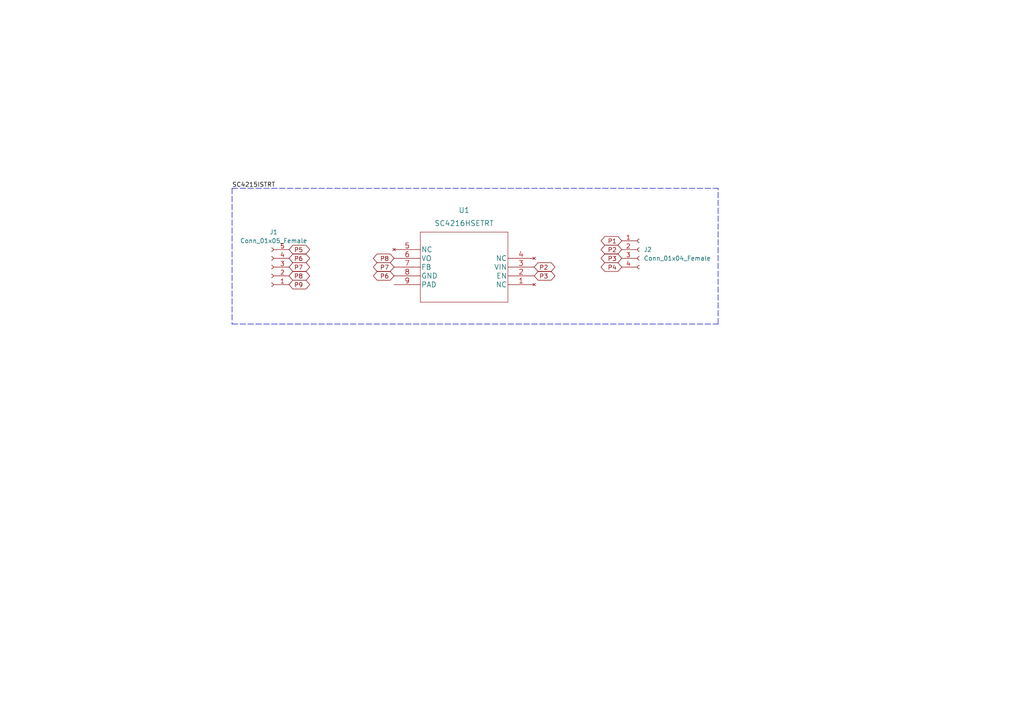
<source format=kicad_sch>
(kicad_sch (version 20211123) (generator eeschema)
  (paper "A4")
  (lib_symbols
    (symbol "Connector:Conn_01x04_Female" (pin_names (offset 1.016) hide)
      (property "Reference" "J" (at 0 5.08 0))
      (property "Value" "Conn_01x04_Female" (at 0 -7.62 0))
      (symbol "Conn_01x04_Female_1_1"
        (arc (start 0 -4.572) (mid -0.508 -5.08) (end 0 -5.588) (stroke (width 0.1524)))
        (arc (start 0 -2.032) (mid -0.508 -2.54) (end 0 -3.048) (stroke (width 0.1524)))
        (polyline (pts (xy -1.27 -5.08) (xy -0.508 -5.08)) (stroke (width 0.1524)))
        (polyline (pts (xy -1.27 -2.54) (xy -0.508 -2.54)) (stroke (width 0.1524)))
        (polyline (pts (xy -1.27 0) (xy -0.508 0)) (stroke (width 0.1524)))
        (polyline (pts (xy -1.27 2.54) (xy -0.508 2.54)) (stroke (width 0.1524)))
        (arc (start 0 0.508) (mid -0.508 0) (end 0 -0.508) (stroke (width 0.1524)))
        (arc (start 0 3.048) (mid -0.508 2.54) (end 0 2.032) (stroke (width 0.1524)))
        (pin passive line (at -5.08 2.54 0) (length 3.81) (name "Pin_1") (number "1"))
        (pin passive line (at -5.08 0 0) (length 3.81) (name "Pin_2") (number "2"))
        (pin passive line (at -5.08 -2.54 0) (length 3.81) (name "Pin_3") (number "3"))
        (pin passive line (at -5.08 -5.08 0) (length 3.81) (name "Pin_4") (number "4"))
      )
    )
    (symbol "Connector:Conn_01x05_Female" (pin_names (offset 1.016) hide)
      (property "Reference" "J" (at 0 7.62 0))
      (property "Value" "Conn_01x05_Female" (at 0 -7.62 0))
      (symbol "Conn_01x05_Female_1_1"
        (arc (start 0 -4.572) (mid -0.508 -5.08) (end 0 -5.588) (stroke (width 0.1524)))
        (arc (start 0 -2.032) (mid -0.508 -2.54) (end 0 -3.048) (stroke (width 0.1524)))
        (polyline (pts (xy -1.27 -5.08) (xy -0.508 -5.08)) (stroke (width 0.1524)))
        (polyline (pts (xy -1.27 -2.54) (xy -0.508 -2.54)) (stroke (width 0.1524)))
        (polyline (pts (xy -1.27 0) (xy -0.508 0)) (stroke (width 0.1524)))
        (polyline (pts (xy -1.27 2.54) (xy -0.508 2.54)) (stroke (width 0.1524)))
        (polyline (pts (xy -1.27 5.08) (xy -0.508 5.08)) (stroke (width 0.1524)))
        (arc (start 0 0.508) (mid -0.508 0) (end 0 -0.508) (stroke (width 0.1524)))
        (arc (start 0 3.048) (mid -0.508 2.54) (end 0 2.032) (stroke (width 0.1524)))
        (arc (start 0 5.588) (mid -0.508 5.08) (end 0 4.572) (stroke (width 0.1524)))
        (pin passive line (at -5.08 5.08 0) (length 3.81) (name "Pin_1") (number "1"))
        (pin passive line (at -5.08 2.54 0) (length 3.81) (name "Pin_2") (number "2"))
        (pin passive line (at -5.08 0 0) (length 3.81) (name "Pin_3") (number "3"))
        (pin passive line (at -5.08 -2.54 0) (length 3.81) (name "Pin_4") (number "4"))
        (pin passive line (at -5.08 -5.08 0) (length 3.81) (name "Pin_5") (number "5"))
      )
    )
    (symbol "SC4216HSETRT:SC4216HSETRT" (pin_names (offset 0.254))
      (property "Reference" "U" (at 20.32 10.16 0))
      (property "Value" "SC4216HSETRT" (at 20.32 7.62 0))
      (symbol "SC4216HSETRT_1_1"
        (polyline (pts (xy 7.62 -15.24) (xy 33.02 -15.24)) (stroke (width 0.127)))
        (polyline (pts (xy 7.62 5.08) (xy 7.62 -15.24)) (stroke (width 0.127)))
        (polyline (pts (xy 33.02 -15.24) (xy 33.02 5.08)) (stroke (width 0.127)))
        (polyline (pts (xy 33.02 5.08) (xy 7.62 5.08)) (stroke (width 0.127)))
        (pin no_connect line (at 0 0 0) (length 7.62) (name "NC") (number "1"))
        (pin input line (at 0 -2.54 0) (length 7.62) (name "EN") (number "2"))
        (pin power_in line (at 0 -5.08 0) (length 7.62) (name "VIN") (number "3"))
        (pin no_connect line (at 0 -7.62 0) (length 7.62) (name "NC") (number "4"))
        (pin no_connect line (at 40.64 -10.16 180) (length 7.62) (name "NC") (number "5"))
        (pin power_in line (at 40.64 -7.62 180) (length 7.62) (name "VO") (number "6"))
        (pin unspecified line (at 40.64 -5.08 180) (length 7.62) (name "FB") (number "7"))
        (pin power_in line (at 40.64 -2.54 180) (length 7.62) (name "GND") (number "8"))
        (pin power_in line (at 40.64 0 180) (length 7.62) (name "PAD") (number "9"))
      )
    )
  )
  (polyline (pts (xy 67.31 93.98) (xy 208.28 93.98)))
  (polyline (pts (xy 67.31 54.61) (xy 67.31 93.98)))
  (polyline (pts (xy 67.31 54.61) (xy 208.28 54.61)))
  (polyline (pts (xy 208.28 93.98) (xy 208.28 54.61)))
  (label "SC4215ISTRT" (at 67.31 54.61 0))
  (global_label "P7" (shape bidirectional) (at 114.3 77.47 180) (property "Intersheet References" "${INTERSHEET_REFS}" (effects hide)))
  (global_label "P4" (shape bidirectional) (at 180.34 77.47 180) (property "Intersheet References" "${INTERSHEET_REFS}" (effects hide)))
  (global_label "P3" (shape bidirectional) (at 154.94 80.01 0) (property "Intersheet References" "${INTERSHEET_REFS}" (effects hide)))
  (global_label "P3" (shape bidirectional) (at 180.34 74.93 180) (property "Intersheet References" "${INTERSHEET_REFS}" (effects hide)))
  (global_label "P2" (shape bidirectional) (at 180.34 72.39 180) (property "Intersheet References" "${INTERSHEET_REFS}" (effects hide)))
  (global_label "P2" (shape bidirectional) (at 154.94 77.47 0) (property "Intersheet References" "${INTERSHEET_REFS}" (effects hide)))
  (global_label "P6" (shape bidirectional) (at 83.82 74.93 0) (property "Intersheet References" "${INTERSHEET_REFS}" (effects hide)))
  (global_label "P7" (shape bidirectional) (at 83.82 77.47 0) (property "Intersheet References" "${INTERSHEET_REFS}" (effects hide)))
  (global_label "P5" (shape bidirectional) (at 83.82 72.39 0) (property "Intersheet References" "${INTERSHEET_REFS}" (effects hide)))
  (global_label "P8" (shape bidirectional) (at 83.82 80.01 0) (property "Intersheet References" "${INTERSHEET_REFS}" (effects hide)))
  (global_label "P9" (shape bidirectional) (at 83.82 82.55 0) (property "Intersheet References" "${INTERSHEET_REFS}" (effects hide)))
  (global_label "P6" (shape bidirectional) (at 114.3 80.01 180) (property "Intersheet References" "${INTERSHEET_REFS}" (effects hide)))
  (global_label "P1" (shape bidirectional) (at 180.34 69.85 180) (property "Intersheet References" "${INTERSHEET_REFS}" (effects hide)))
  (global_label "P8" (shape bidirectional) (at 114.3 74.93 180) (property "Intersheet References" "${INTERSHEET_REFS}" (effects hide)))
  (symbol (lib_id "Connector:Conn_01x04_Female") (at 185.42 72.39 0) (unit 1)
    (property "Reference" "J2" (at 186.69 72.3899 0) (effects (justify left)))
    (property "Value" "Conn_01x04_Female" (at 186.69 74.9299 0) (effects (justify left)))
    (property "Footprint" "Connector_PinHeader_2.54mm:PinHeader_1x04_P2.54mm_Vertical" (effects hide))
  )
  (symbol (lib_id "SC4216HSETRT:SC4216HSETRT") (at 154.94 82.55 180) (unit 1)
    (property "Reference" "U1" (at 134.62 60.96 0) (effects (font (size 1.524 1.524))))
    (property "Value" "SC4216HSETRT" (at 134.62 64.77 0) (effects (font (size 1.524 1.524))))
    (property "Footprint" "qset-footprints:SC4216HSETRT" (effects hide))
  )
  (symbol (lib_id "Connector:Conn_01x05_Female") (at 78.74 77.47 180) (unit 1)
    (property "Reference" "J1" (at 79.375 67.31 0))
    (property "Value" "Conn_01x05_Female" (at 79.375 69.85 0))
    (property "Footprint" "Connector_PinHeader_2.54mm:PinHeader_1x05_P2.54mm_Vertical" (effects hide))
  )
)
</source>
